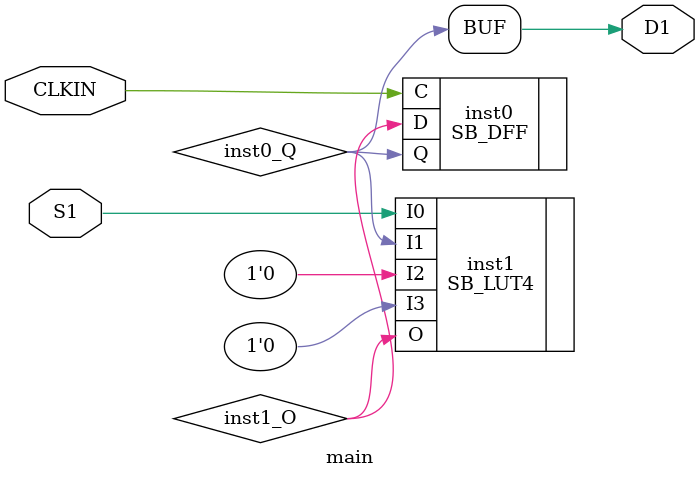
<source format=v>
module main (input  S1, output  D1, input  CLKIN);
wire  inst0_Q;
wire  inst1_O;
SB_DFF inst0 (.C(CLKIN), .D(inst1_O), .Q(inst0_Q));
SB_LUT4 #(.LUT_INIT(16'h6666)) inst1 (.I0(S1), .I1(inst0_Q), .I2(1'b0), .I3(1'b0), .O(inst1_O));
assign D1 = inst0_Q;
endmodule


</source>
